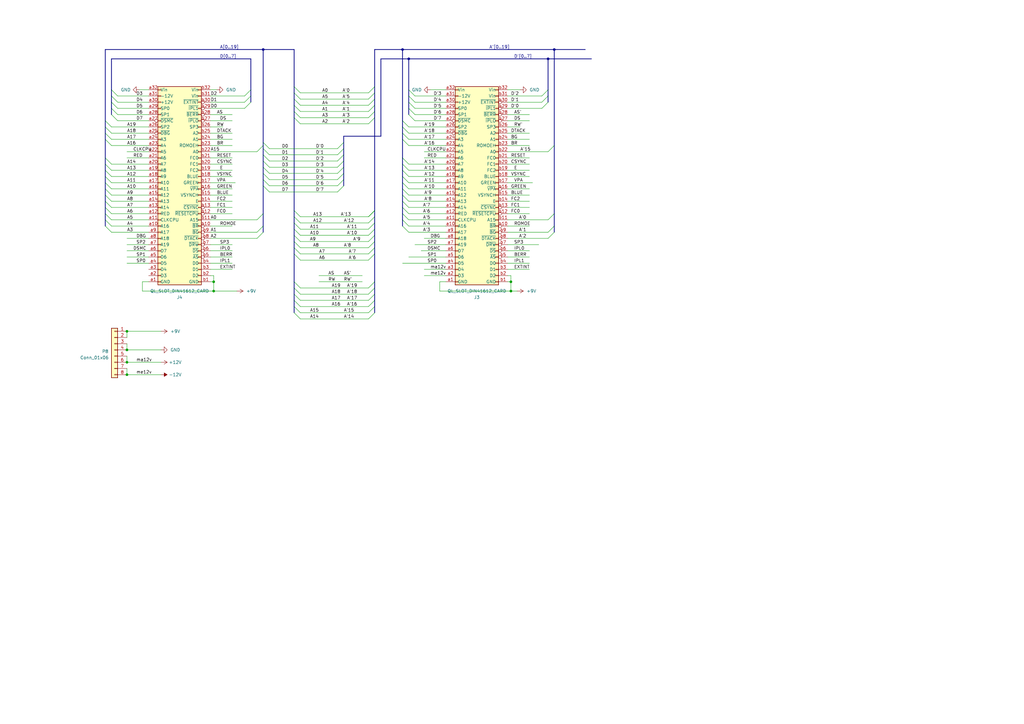
<source format=kicad_sch>
(kicad_sch (version 20230121) (generator eeschema)
  (paper "A3")
  (title_block (title "QPlane Backplane for Sinclair QL") (date "2023-11-05") (rev "0,1") (company "(C) 2023 Alvaro Alea Fdz") (comment 1 "https://ohwr.org/cern_ohl_s_v2.txt") (comment 2 "CERN Open Hardware Licence Version 2 - Strongly Reciprocal") (comment 3 "Under License"))
  (lib_symbols
    (symbol "8bits:QL_SLOT_DIN41612" (pin_names (offset 1.016))
      (property "Reference" "J" (at 1.27 40.64 0))
      (property "Value" "QL_SLOT_DIN41612" (at 1.27 -43.18 0))
      (symbol "QL_SLOT_DIN41612_1_1"
        (rectangle (start -8.89 -40.513) (end -7.62 -40.767) (stroke (width 0.1524)))
        (rectangle (start -8.89 -37.973) (end -7.62 -38.227) (stroke (width 0.1524)))
        (rectangle (start -8.89 -35.433) (end -7.62 -35.687) (stroke (width 0.1524)))
        (rectangle (start -8.89 -32.893) (end -7.62 -33.147) (stroke (width 0.1524)))
        (rectangle (start -8.89 -30.353) (end -7.62 -30.607) (stroke (width 0.1524)))
        (rectangle (start -8.89 -27.813) (end -7.62 -28.067) (stroke (width 0.1524)))
        (rectangle (start -8.89 -25.273) (end -7.62 -25.527) (stroke (width 0.1524)))
        (rectangle (start -8.89 -22.733) (end -7.62 -22.987) (stroke (width 0.1524)))
        (rectangle (start -8.89 -20.193) (end -7.62 -20.447) (stroke (width 0.1524)))
        (rectangle (start -8.89 -17.653) (end -7.62 -17.907) (stroke (width 0.1524)))
        (rectangle (start -8.89 -15.113) (end -7.62 -15.367) (stroke (width 0.1524)))
        (rectangle (start -8.89 -12.573) (end -7.62 -12.827) (stroke (width 0.1524)))
        (rectangle (start -8.89 -10.033) (end -7.62 -10.287) (stroke (width 0.1524)))
        (rectangle (start -8.89 -7.493) (end -7.62 -7.747) (stroke (width 0.1524)))
        (rectangle (start -8.89 -4.953) (end -7.62 -5.207) (stroke (width 0.1524)))
        (rectangle (start -8.89 -2.413) (end -7.62 -2.667) (stroke (width 0.1524)))
        (rectangle (start -8.89 0.127) (end -7.62 -0.127) (stroke (width 0.1524)))
        (rectangle (start -8.89 2.667) (end -7.62 2.413) (stroke (width 0.1524)))
        (rectangle (start -8.89 5.207) (end -7.62 4.953) (stroke (width 0.1524)))
        (rectangle (start -8.89 7.747) (end -7.62 7.493) (stroke (width 0.1524)))
        (rectangle (start -8.89 10.287) (end -7.62 10.033) (stroke (width 0.1524)))
        (rectangle (start -8.89 12.827) (end -7.62 12.573) (stroke (width 0.1524)))
        (rectangle (start -8.89 15.367) (end -7.62 15.113) (stroke (width 0.1524)))
        (rectangle (start -8.89 17.907) (end -7.62 17.653) (stroke (width 0.1524)))
        (rectangle (start -8.89 20.447) (end -7.62 20.193) (stroke (width 0.1524)))
        (rectangle (start -8.89 22.987) (end -7.62 22.733) (stroke (width 0.1524)))
        (rectangle (start -8.89 25.527) (end -7.62 25.273) (stroke (width 0.1524)))
        (rectangle (start -8.89 28.067) (end -7.62 27.813) (stroke (width 0.1524)))
        (rectangle (start -8.89 30.607) (end -7.62 30.353) (stroke (width 0.1524)))
        (rectangle (start -8.89 33.147) (end -7.62 32.893) (stroke (width 0.1524)))
        (rectangle (start -8.89 35.687) (end -7.62 35.433) (stroke (width 0.1524)))
        (rectangle (start -8.89 38.227) (end -7.62 37.973) (stroke (width 0.1524)))
        (rectangle (start -8.89 39.37) (end 8.89 -41.91) (stroke (width 0.254)) (fill (type background)))
        (rectangle (start 8.89 -40.513) (end 7.62 -40.767) (stroke (width 0.1524)))
        (rectangle (start 8.89 -37.973) (end 7.62 -38.227) (stroke (width 0.1524)))
        (rectangle (start 8.89 -35.433) (end 7.62 -35.687) (stroke (width 0.1524)))
        (rectangle (start 8.89 -32.893) (end 7.62 -33.147) (stroke (width 0.1524)))
        (rectangle (start 8.89 -30.353) (end 7.62 -30.607) (stroke (width 0.1524)))
        (rectangle (start 8.89 -27.813) (end 7.62 -28.067) (stroke (width 0.1524)))
        (rectangle (start 8.89 -25.273) (end 7.62 -25.527) (stroke (width 0.1524)))
        (rectangle (start 8.89 -22.733) (end 7.62 -22.987) (stroke (width 0.1524)))
        (rectangle (start 8.89 -20.193) (end 7.62 -20.447) (stroke (width 0.1524)))
        (rectangle (start 8.89 -17.653) (end 7.62 -17.907) (stroke (width 0.1524)))
        (rectangle (start 8.89 -15.113) (end 7.62 -15.367) (stroke (width 0.1524)))
        (rectangle (start 8.89 -12.573) (end 7.62 -12.827) (stroke (width 0.1524)))
        (rectangle (start 8.89 -10.033) (end 7.62 -10.287) (stroke (width 0.1524)))
        (rectangle (start 8.89 -7.493) (end 7.62 -7.747) (stroke (width 0.1524)))
        (rectangle (start 8.89 -4.953) (end 7.62 -5.207) (stroke (width 0.1524)))
        (rectangle (start 8.89 -2.413) (end 7.62 -2.667) (stroke (width 0.1524)))
        (rectangle (start 8.89 0.127) (end 7.62 -0.127) (stroke (width 0.1524)))
        (rectangle (start 8.89 2.667) (end 7.62 2.413) (stroke (width 0.1524)))
        (rectangle (start 8.89 5.207) (end 7.62 4.953) (stroke (width 0.1524)))
        (rectangle (start 8.89 7.747) (end 7.62 7.493) (stroke (width 0.1524)))
        (rectangle (start 8.89 10.287) (end 7.62 10.033) (stroke (width 0.1524)))
        (rectangle (start 8.89 12.827) (end 7.62 12.573) (stroke (width 0.1524)))
        (rectangle (start 8.89 15.367) (end 7.62 15.113) (stroke (width 0.1524)))
        (rectangle (start 8.89 17.907) (end 7.62 17.653) (stroke (width 0.1524)))
        (rectangle (start 8.89 20.447) (end 7.62 20.193) (stroke (width 0.1524)))
        (rectangle (start 8.89 22.987) (end 7.62 22.733) (stroke (width 0.1524)))
        (rectangle (start 8.89 25.527) (end 7.62 25.273) (stroke (width 0.1524)))
        (rectangle (start 8.89 28.067) (end 7.62 27.813) (stroke (width 0.1524)))
        (rectangle (start 8.89 30.607) (end 7.62 30.353) (stroke (width 0.1524)))
        (rectangle (start 8.89 33.147) (end 7.62 32.893) (stroke (width 0.1524)))
        (rectangle (start 8.89 35.687) (end 7.62 35.433) (stroke (width 0.1524)))
        (rectangle (start 8.89 38.227) (end 7.62 37.973) (stroke (width 0.1524)))
        (pin passive line (at -12.7 38.1 0) (length 3.81) (name "GND") (number "a1"))
        (pin passive line (at -12.7 15.24 0) (length 3.81) (name "A16") (number "a10"))
        (pin passive line (at -12.7 12.7 0) (length 3.81) (name "CLKCPU") (number "a11"))
        (pin passive line (at -12.7 10.16 0) (length 3.81) (name "RED") (number "a12"))
        (pin passive line (at -12.7 7.62 0) (length 3.81) (name "A14") (number "a13"))
        (pin passive line (at -12.7 5.08 0) (length 3.81) (name "A13") (number "a14"))
        (pin passive line (at -12.7 2.54 0) (length 3.81) (name "A12") (number "a15"))
        (pin passive line (at -12.7 0 0) (length 3.81) (name "A11") (number "a16"))
        (pin passive line (at -12.7 -2.54 0) (length 3.81) (name "A10") (number "a17"))
        (pin passive line (at -12.7 -5.08 0) (length 3.81) (name "A9") (number "a18"))
        (pin passive line (at -12.7 -7.62 0) (length 3.81) (name "A8") (number "a19"))
        (pin bidirectional line (at -12.7 35.56 0) (length 3.81) (name "D3") (number "a2"))
        (pin passive line (at -12.7 -10.16 0) (length 3.81) (name "A7") (number "a20"))
        (pin passive line (at -12.7 -12.7 0) (length 3.81) (name "A6") (number "a21"))
        (pin passive line (at -12.7 -15.24 0) (length 3.81) (name "A5") (number "a22"))
        (pin passive line (at -12.7 -17.78 0) (length 3.81) (name "A4") (number "a23"))
        (pin passive line (at -12.7 -20.32 0) (length 3.81) (name "A3") (number "a24"))
        (pin passive inverted (at -12.7 -22.86 0) (length 3.81) (name "~{DBG}") (number "a25"))
        (pin passive line (at -12.7 -25.4 0) (length 3.81) (name "SP2") (number "a26"))
        (pin passive inverted (at -12.7 -27.94 0) (length 3.81) (name "~{DSMC}") (number "a27"))
        (pin passive line (at -12.7 -30.48 0) (length 3.81) (name "SP1") (number "a28"))
        (pin passive line (at -12.7 -33.02 0) (length 3.81) (name "SP0") (number "a29"))
        (pin bidirectional line (at -12.7 33.02 0) (length 3.81) (name "D4") (number "a3"))
        (pin passive line (at -12.7 -35.56 0) (length 3.81) (name "+12V") (number "a30"))
        (pin passive line (at -12.7 -38.1 0) (length 3.81) (name "-12V") (number "a31"))
        (pin passive line (at -12.7 -40.64 0) (length 3.81) (name "Vin") (number "a32"))
        (pin bidirectional line (at -12.7 30.48 0) (length 3.81) (name "D5") (number "a4"))
        (pin bidirectional line (at -12.7 27.94 0) (length 3.81) (name "D6") (number "a5"))
        (pin bidirectional line (at -12.7 25.4 0) (length 3.81) (name "D7") (number "a6"))
        (pin passive line (at -12.7 22.86 0) (length 3.81) (name "A19") (number "a7"))
        (pin passive line (at -12.7 20.32 0) (length 3.81) (name "A18") (number "a8"))
        (pin passive line (at -12.7 17.78 0) (length 3.81) (name "A17") (number "a9"))
        (pin passive line (at 12.7 38.1 180) (length 3.81) (name "GND") (number "b1"))
        (pin passive inverted (at 12.7 15.24 180) (length 3.81) (name "~{BR}") (number "b10"))
        (pin passive line (at 12.7 12.7 180) (length 3.81) (name "A15") (number "b11"))
        (pin passive inverted (at 12.7 10.16 180) (length 3.81) (name "~{RESETCPU}") (number "b12"))
        (pin passive inverted (at 12.7 7.62 180) (length 3.81) (name "~{CSYNC}") (number "b13"))
        (pin passive line (at 12.7 5.08 180) (length 3.81) (name "E") (number "b14"))
        (pin passive line (at 12.7 2.54 180) (length 3.81) (name "VSYNCH") (number "b15"))
        (pin passive inverted (at 12.7 0 180) (length 3.81) (name "~{VPA}") (number "b16"))
        (pin passive line (at 12.7 -2.54 180) (length 3.81) (name "GREEN") (number "b17"))
        (pin passive line (at 12.7 -5.08 180) (length 3.81) (name "BLUE") (number "b18"))
        (pin passive line (at 12.7 -7.62 180) (length 3.81) (name "FC2") (number "b19"))
        (pin bidirectional line (at 12.7 35.56 180) (length 3.81) (name "D2") (number "b2"))
        (pin passive line (at 12.7 -10.16 180) (length 3.81) (name "FC1") (number "b20"))
        (pin passive line (at 12.7 -12.7 180) (length 3.81) (name "FC0") (number "b21"))
        (pin passive line (at 12.7 -15.24 180) (length 3.81) (name "A0") (number "b22"))
        (pin passive line (at 12.7 -17.78 180) (length 3.81) (name "ROMOEH") (number "b23"))
        (pin passive line (at 12.7 -20.32 180) (length 3.81) (name "A1") (number "b24"))
        (pin passive line (at 12.7 -22.86 180) (length 3.81) (name "A2") (number "b25"))
        (pin passive line (at 12.7 -25.4 180) (length 3.81) (name "SP3") (number "b26"))
        (pin passive inverted (at 12.7 -27.94 180) (length 3.81) (name "~{IPLO}") (number "b27"))
        (pin passive inverted (at 12.7 -30.48 180) (length 3.81) (name "~{BERR}") (number "b28"))
        (pin passive inverted (at 12.7 -33.02 180) (length 3.81) (name "~{IPL1}") (number "b29"))
        (pin bidirectional line (at 12.7 33.02 180) (length 3.81) (name "D1") (number "b3"))
        (pin passive inverted (at 12.7 -35.56 180) (length 3.81) (name "~{EXTINT}") (number "b30"))
        (pin passive line (at 12.7 -38.1 180) (length 3.81) (name "Vin") (number "b31"))
        (pin passive line (at 12.7 -40.64 180) (length 3.81) (name "Vin") (number "b32"))
        (pin bidirectional line (at 12.7 30.48 180) (length 3.81) (name "D0") (number "b4"))
        (pin passive inverted (at 12.7 27.94 180) (length 3.81) (name "~{AS}") (number "b5"))
        (pin passive inverted (at 12.7 25.4 180) (length 3.81) (name "~{DS}") (number "b6"))
        (pin passive inverted (at 12.7 22.86 180) (length 3.81) (name "~{DRW}") (number "b7"))
        (pin passive inverted (at 12.7 20.32 180) (length 3.81) (name "~{DTACK}") (number "b8"))
        (pin passive inverted (at 12.7 17.78 180) (length 3.81) (name "~{BG}") (number "b9"))
      )
    )
    (symbol "Connector_Generic:Conn_01x08" (pin_names (offset 1.016) hide)
      (property "Reference" "J" (at 0 10.16 0))
      (property "Value" "Conn_01x08" (at 0 -12.7 0))
      (symbol "Conn_01x08_1_1"
        (rectangle (start -1.27 -10.033) (end 0 -10.287) (stroke (width 0.1524)))
        (rectangle (start -1.27 -7.493) (end 0 -7.747) (stroke (width 0.1524)))
        (rectangle (start -1.27 -4.953) (end 0 -5.207) (stroke (width 0.1524)))
        (rectangle (start -1.27 -2.413) (end 0 -2.667) (stroke (width 0.1524)))
        (rectangle (start -1.27 0.127) (end 0 -0.127) (stroke (width 0.1524)))
        (rectangle (start -1.27 2.667) (end 0 2.413) (stroke (width 0.1524)))
        (rectangle (start -1.27 5.207) (end 0 4.953) (stroke (width 0.1524)))
        (rectangle (start -1.27 7.747) (end 0 7.493) (stroke (width 0.1524)))
        (rectangle (start -1.27 8.89) (end 1.27 -11.43) (stroke (width 0.254)) (fill (type background)))
        (pin passive line (at -5.08 7.62 0) (length 3.81) (name "Pin_1") (number "1"))
        (pin passive line (at -5.08 5.08 0) (length 3.81) (name "Pin_2") (number "2"))
        (pin passive line (at -5.08 2.54 0) (length 3.81) (name "Pin_3") (number "3"))
        (pin passive line (at -5.08 0 0) (length 3.81) (name "Pin_4") (number "4"))
        (pin passive line (at -5.08 -2.54 0) (length 3.81) (name "Pin_5") (number "5"))
        (pin passive line (at -5.08 -5.08 0) (length 3.81) (name "Pin_6") (number "6"))
        (pin passive line (at -5.08 -7.62 0) (length 3.81) (name "Pin_7") (number "7"))
        (pin passive line (at -5.08 -10.16 0) (length 3.81) (name "Pin_8") (number "8"))
      )
    )
    (symbol "power:+12V" (power) (pin_names (offset 0))
      (property "Value" "+12V" (at 0 3.556 0))
      (symbol "+12V_0_1"
        (polyline (pts (xy -0.762 1.27) (xy 0 2.54)))
        (polyline (pts (xy 0 0) (xy 0 2.54)))
        (polyline (pts (xy 0 2.54) (xy 0.762 1.27)))
      )
      (symbol "+12V_1_1"
        (pin power_in line (at 0 0 90) (length 0) hide (name "+12V") (number "1"))
      )
    )
    (symbol "power:+9V" (power) (pin_names (offset 0))
      (property "Value" "+9V" (at 0 3.556 0))
      (symbol "+9V_0_1"
        (polyline (pts (xy -0.762 1.27) (xy 0 2.54)))
        (polyline (pts (xy 0 0) (xy 0 2.54)))
        (polyline (pts (xy 0 2.54) (xy 0.762 1.27)))
      )
      (symbol "+9V_1_1"
        (pin power_in line (at 0 0 90) (length 0) hide (name "+9V") (number "1"))
      )
    )
    (symbol "power:-12V" (power) (pin_names (offset 0))
      (property "Value" "-12V" (at 0 3.81 0))
      (symbol "-12V_0_0"
        (pin power_in line (at 0 0 90) (length 0) hide (name "-12V") (number "1"))
      )
      (symbol "-12V_0_1"
        (polyline (pts (xy 0 0) (xy 0 1.27) (xy 0.762 1.27) (xy 0 2.54) (xy -0.762 1.27) (xy 0 1.27)) (fill (type outline)))
      )
    )
    (symbol "power:GND" (power) (pin_names (offset 0))
      (property "Value" "GND" (at 0 -3.81 0))
      (symbol "GND_0_1"
        (polyline (pts (xy 0 0) (xy 0 -1.27) (xy 1.27 -1.27) (xy 0 -2.54) (xy -1.27 -1.27) (xy 0 -1.27)))
      )
      (symbol "GND_1_1"
        (pin power_in line (at 0 0 270) (length 0) hide (name "GND") (number "1"))
      )
    )
  )
  (junction (at 227.33 20.32))
  (junction (at 52.07 135.89))
  (junction (at 107.95 20.32))
  (junction (at 224.79 24.13))
  (junction (at 167.64 24.13))
  (junction (at 209.55 119.38))
  (junction (at 209.55 115.57))
  (junction (at 87.63 119.38))
  (junction (at 52.07 143.51))
  (junction (at 52.07 153.67))
  (junction (at 87.63 115.57))
  (junction (at 165.1 20.32))
  (junction (at 52.07 148.59))
  (bus_entry (at 140.97 60.96) (size -2.54 2.54))
  (bus_entry (at 227.33 95.25) (size -2.54 2.54))
  (bus_entry (at 120.65 118.11) (size 2.54 2.54))
  (bus_entry (at 140.97 63.5) (size -2.54 2.54))
  (bus_entry (at 165.1 80.01) (size 2.54 2.54))
  (bus_entry (at 102.87 41.91) (size -2.54 2.54))
  (bus_entry (at 140.97 58.42) (size -2.54 2.54))
  (bus_entry (at 165.1 74.93) (size 2.54 2.54))
  (bus_entry (at 120.65 123.19) (size 2.54 2.54))
  (bus_entry (at 120.65 96.52) (size 2.54 2.54))
  (bus_entry (at 227.33 92.71) (size -2.54 2.54))
  (bus_entry (at 43.18 69.85) (size 2.54 2.54))
  (bus_entry (at 107.95 59.69) (size -2.54 2.54))
  (bus_entry (at 153.67 96.52) (size -2.54 2.54))
  (bus_entry (at 153.67 125.73) (size -2.54 2.54))
  (bus_entry (at 43.18 57.15) (size 2.54 2.54))
  (bus_entry (at 153.67 91.44) (size -2.54 2.54))
  (bus_entry (at 167.64 41.91) (size 2.54 2.54))
  (bus_entry (at 120.65 43.18) (size 2.54 2.54))
  (bus_entry (at 120.65 40.64) (size 2.54 2.54))
  (bus_entry (at 165.1 90.17) (size 2.54 2.54))
  (bus_entry (at 43.18 67.31) (size 2.54 2.54))
  (bus_entry (at 43.18 77.47) (size 2.54 2.54))
  (bus_entry (at 167.64 44.45) (size 2.54 2.54))
  (bus_entry (at 165.1 87.63) (size 2.54 2.54))
  (bus_entry (at 165.1 92.71) (size 2.54 2.54))
  (bus_entry (at 140.97 66.04) (size -2.54 2.54))
  (bus_entry (at 153.67 123.19) (size -2.54 2.54))
  (bus_entry (at 153.67 86.36) (size -2.54 2.54))
  (bus_entry (at 43.18 85.09) (size 2.54 2.54))
  (bus_entry (at 153.67 118.11) (size -2.54 2.54))
  (bus_entry (at 140.97 73.66) (size -2.54 2.54))
  (bus_entry (at 107.95 60.96) (size 2.54 2.54))
  (bus_entry (at 167.64 39.37) (size 2.54 2.54))
  (bus_entry (at 43.18 54.61) (size 2.54 2.54))
  (bus_entry (at 107.95 92.71) (size -2.54 2.54))
  (bus_entry (at 165.1 67.31) (size 2.54 2.54))
  (bus_entry (at 120.65 38.1) (size 2.54 2.54))
  (bus_entry (at 167.64 46.99) (size 2.54 2.54))
  (bus_entry (at 167.64 36.83) (size 2.54 2.54))
  (bus_entry (at 224.79 36.83) (size -2.54 2.54))
  (bus_entry (at 120.65 101.6) (size 2.54 2.54))
  (bus_entry (at 120.65 91.44) (size 2.54 2.54))
  (bus_entry (at 107.95 73.66) (size 2.54 2.54))
  (bus_entry (at 153.67 104.14) (size -2.54 2.54))
  (bus_entry (at 165.1 49.53) (size 2.54 2.54))
  (bus_entry (at 45.72 44.45) (size 2.54 2.54))
  (bus_entry (at 120.65 99.06) (size 2.54 2.54))
  (bus_entry (at 153.67 120.65) (size -2.54 2.54))
  (bus_entry (at 140.97 76.2) (size -2.54 2.54))
  (bus_entry (at 43.18 64.77) (size 2.54 2.54))
  (bus_entry (at 153.67 35.56) (size -2.54 2.54))
  (bus_entry (at 165.1 85.09) (size 2.54 2.54))
  (bus_entry (at 165.1 64.77) (size 2.54 2.54))
  (bus_entry (at 102.87 39.37) (size -2.54 2.54))
  (bus_entry (at 153.67 115.57) (size -2.54 2.54))
  (bus_entry (at 165.1 77.47) (size 2.54 2.54))
  (bus_entry (at 153.67 86.36) (size -2.54 2.54))
  (bus_entry (at 120.65 48.26) (size 2.54 2.54))
  (bus_entry (at 43.18 49.53) (size 2.54 2.54))
  (bus_entry (at 45.72 41.91) (size 2.54 2.54))
  (bus_entry (at 107.95 58.42) (size 2.54 2.54))
  (bus_entry (at 227.33 87.63) (size -2.54 2.54))
  (bus_entry (at 140.97 68.58) (size -2.54 2.54))
  (bus_entry (at 43.18 82.55) (size 2.54 2.54))
  (bus_entry (at 43.18 80.01) (size 2.54 2.54))
  (bus_entry (at 227.33 59.69) (size -2.54 2.54))
  (bus_entry (at 43.18 52.07) (size 2.54 2.54))
  (bus_entry (at 120.65 86.36) (size 2.54 2.54))
  (bus_entry (at 153.67 101.6) (size -2.54 2.54))
  (bus_entry (at 43.18 72.39) (size 2.54 2.54))
  (bus_entry (at 153.67 99.06) (size -2.54 2.54))
  (bus_entry (at 165.1 72.39) (size 2.54 2.54))
  (bus_entry (at 120.65 120.65) (size 2.54 2.54))
  (bus_entry (at 165.1 69.85) (size 2.54 2.54))
  (bus_entry (at 153.67 93.98) (size -2.54 2.54))
  (bus_entry (at 107.95 87.63) (size -2.54 2.54))
  (bus_entry (at 107.95 76.2) (size 2.54 2.54))
  (bus_entry (at 120.65 115.57) (size 2.54 2.54))
  (bus_entry (at 120.65 125.73) (size 2.54 2.54))
  (bus_entry (at 43.18 92.71) (size 2.54 2.54))
  (bus_entry (at 153.67 128.27) (size -2.54 2.54))
  (bus_entry (at 107.95 66.04) (size 2.54 2.54))
  (bus_entry (at 153.67 48.26) (size -2.54 2.54))
  (bus_entry (at 102.87 36.83) (size -2.54 2.54))
  (bus_entry (at 107.95 68.58) (size 2.54 2.54))
  (bus_entry (at 153.67 40.64) (size -2.54 2.54))
  (bus_entry (at 120.65 45.72) (size 2.54 2.54))
  (bus_entry (at 120.65 88.9) (size 2.54 2.54))
  (bus_entry (at 153.67 38.1) (size -2.54 2.54))
  (bus_entry (at 165.1 54.61) (size 2.54 2.54))
  (bus_entry (at 153.67 88.9) (size -2.54 2.54))
  (bus_entry (at 45.72 46.99) (size 2.54 2.54))
  (bus_entry (at 224.79 41.91) (size -2.54 2.54))
  (bus_entry (at 165.1 82.55) (size 2.54 2.54))
  (bus_entry (at 43.18 90.17) (size 2.54 2.54))
  (bus_entry (at 43.18 87.63) (size 2.54 2.54))
  (bus_entry (at 45.72 39.37) (size 2.54 2.54))
  (bus_entry (at 165.1 57.15) (size 2.54 2.54))
  (bus_entry (at 107.95 63.5) (size 2.54 2.54))
  (bus_entry (at 153.67 43.18) (size -2.54 2.54))
  (bus_entry (at 120.65 93.98) (size 2.54 2.54))
  (bus_entry (at 224.79 39.37) (size -2.54 2.54))
  (bus_entry (at 165.1 52.07) (size 2.54 2.54))
  (bus_entry (at 153.67 45.72) (size -2.54 2.54))
  (bus_entry (at 120.65 128.27) (size 2.54 2.54))
  (bus_entry (at 107.95 71.12) (size 2.54 2.54))
  (bus_entry (at 43.18 74.93) (size 2.54 2.54))
  (bus_entry (at 107.95 95.25) (size -2.54 2.54))
  (bus_entry (at 45.72 36.83) (size 2.54 2.54))
  (bus_entry (at 120.65 35.56) (size 2.54 2.54))
  (bus_entry (at 120.65 104.14) (size 2.54 2.54))
  (bus_entry (at 140.97 71.12) (size -2.54 2.54))
  (bus (pts (xy 43.18 90.17) (xy 43.18 92.71)))
  (wire (pts (xy 52.07 107.95) (xy 60.96 107.95)))
  (bus (pts (xy 153.67 38.1) (xy 153.67 40.64)))
  (wire (pts (xy 123.19 125.73) (xy 151.13 125.73)))
  (bus (pts (xy 165.1 80.01) (xy 165.1 82.55)))
  (bus (pts (xy 107.95 60.96) (xy 107.95 63.5)))
  (wire (pts (xy 123.19 130.81) (xy 151.13 130.81)))
  (wire (pts (xy 208.28 97.79) (xy 224.79 97.79)))
  (wire (pts (xy 52.07 143.51) (xy 66.04 143.51)))
  (wire (pts (xy 167.64 82.55) (xy 182.88 82.55)))
  (bus (pts (xy 165.1 54.61) (xy 165.1 57.15)))
  (wire (pts (xy 123.19 118.11) (xy 151.13 118.11)))
  (bus (pts (xy 167.64 41.91) (xy 167.64 44.45)))
  (wire (pts (xy 208.28 41.91) (xy 222.25 41.91)))
  (bus (pts (xy 153.67 93.98) (xy 153.67 96.52)))
  (wire (pts (xy 86.36 49.53) (xy 95.25 49.53)))
  (bus (pts (xy 120.65 99.06) (xy 120.65 101.6)))
  (wire (pts (xy 123.19 91.44) (xy 151.13 91.44)))
  (bus (pts (xy 153.67 123.19) (xy 153.67 125.73)))
  (bus (pts (xy 140.97 71.12) (xy 140.97 73.66)))
  (wire (pts (xy 45.72 54.61) (xy 60.96 54.61)))
  (bus (pts (xy 165.1 74.93) (xy 165.1 77.47)))
  (bus (pts (xy 227.33 59.69) (xy 227.33 87.63)))
  (wire (pts (xy 58.42 115.57) (xy 58.42 119.38)))
  (bus (pts (xy 165.1 87.63) (xy 165.1 90.17)))
  (bus (pts (xy 227.33 92.71) (xy 227.33 95.25)))
  (wire (pts (xy 86.36 87.63) (xy 95.25 87.63)))
  (wire (pts (xy 87.63 115.57) (xy 87.63 113.03)))
  (wire (pts (xy 86.36 69.85) (xy 95.25 69.85)))
  (bus (pts (xy 120.65 91.44) (xy 120.65 93.98)))
  (wire (pts (xy 52.07 135.89) (xy 66.04 135.89)))
  (wire (pts (xy 167.64 80.01) (xy 182.88 80.01)))
  (bus (pts (xy 227.33 20.32) (xy 240.03 20.32)))
  (wire (pts (xy 45.72 87.63) (xy 60.96 87.63)))
  (wire (pts (xy 86.36 57.15) (xy 95.25 57.15)))
  (bus (pts (xy 165.1 67.31) (xy 165.1 69.85)))
  (wire (pts (xy 86.36 100.33) (xy 95.25 100.33)))
  (bus (pts (xy 120.65 96.52) (xy 120.65 99.06)))
  (wire (pts (xy 123.19 120.65) (xy 151.13 120.65)))
  (wire (pts (xy 170.18 49.53) (xy 182.88 49.53)))
  (bus (pts (xy 120.65 35.56) (xy 120.65 38.1)))
  (bus (pts (xy 153.67 43.18) (xy 153.67 45.72)))
  (wire (pts (xy 123.19 96.52) (xy 151.13 96.52)))
  (wire (pts (xy 208.28 95.25) (xy 224.79 95.25)))
  (wire (pts (xy 208.28 49.53) (xy 217.17 49.53)))
  (bus (pts (xy 43.18 20.32) (xy 107.95 20.32)))
  (bus (pts (xy 153.67 96.52) (xy 153.67 99.06)))
  (bus (pts (xy 107.95 92.71) (xy 107.95 95.25)))
  (wire (pts (xy 86.36 39.37) (xy 100.33 39.37)))
  (wire (pts (xy 45.72 72.39) (xy 60.96 72.39)))
  (bus (pts (xy 43.18 49.53) (xy 43.18 52.07)))
  (wire (pts (xy 208.28 72.39) (xy 217.17 72.39)))
  (wire (pts (xy 52.07 64.77) (xy 60.96 64.77)))
  (wire (pts (xy 86.36 110.49) (xy 95.25 110.49)))
  (wire (pts (xy 208.28 44.45) (xy 222.25 44.45)))
  (wire (pts (xy 170.18 39.37) (xy 182.88 39.37)))
  (wire (pts (xy 208.28 90.17) (xy 224.79 90.17)))
  (wire (pts (xy 208.28 57.15) (xy 217.17 57.15)))
  (bus (pts (xy 140.97 66.04) (xy 140.97 63.5)))
  (bus (pts (xy 120.65 86.36) (xy 120.65 88.9)))
  (wire (pts (xy 123.19 40.64) (xy 151.13 40.64)))
  (bus (pts (xy 167.64 39.37) (xy 167.64 41.91)))
  (wire (pts (xy 167.64 105.41) (xy 182.88 105.41)))
  (wire (pts (xy 167.64 52.07) (xy 182.88 52.07)))
  (wire (pts (xy 208.28 100.33) (xy 220.98 100.33)))
  (wire (pts (xy 123.19 43.18) (xy 151.13 43.18)))
  (bus (pts (xy 43.18 80.01) (xy 43.18 82.55)))
  (wire (pts (xy 208.28 107.95) (xy 217.17 107.95)))
  (wire (pts (xy 167.64 90.17) (xy 182.88 90.17)))
  (wire (pts (xy 110.49 73.66) (xy 138.43 73.66)))
  (bus (pts (xy 120.65 40.64) (xy 120.65 43.18)))
  (wire (pts (xy 86.36 72.39) (xy 95.25 72.39)))
  (wire (pts (xy 48.26 44.45) (xy 60.96 44.45)))
  (wire (pts (xy 208.28 36.83) (xy 213.36 36.83)))
  (bus (pts (xy 224.79 39.37) (xy 224.79 41.91)))
  (wire (pts (xy 52.07 140.97) (xy 52.07 143.51)))
  (wire (pts (xy 173.99 110.49) (xy 182.88 110.49)))
  (wire (pts (xy 45.72 92.71) (xy 60.96 92.71)))
  (bus (pts (xy 43.18 87.63) (xy 43.18 90.17)))
  (bus (pts (xy 107.95 73.66) (xy 107.95 76.2)))
  (wire (pts (xy 86.36 64.77) (xy 95.25 64.77)))
  (bus (pts (xy 45.72 41.91) (xy 45.72 44.45)))
  (bus (pts (xy 120.65 123.19) (xy 120.65 125.73)))
  (wire (pts (xy 110.49 78.74) (xy 138.43 78.74)))
  (wire (pts (xy 209.55 119.38) (xy 212.09 119.38)))
  (wire (pts (xy 87.63 119.38) (xy 97.155 119.38)))
  (wire (pts (xy 45.72 90.17) (xy 60.96 90.17)))
  (wire (pts (xy 167.64 67.31) (xy 182.88 67.31)))
  (wire (pts (xy 208.28 69.85) (xy 217.17 69.85)))
  (wire (pts (xy 45.72 82.55) (xy 60.96 82.55)))
  (bus (pts (xy 43.18 67.31) (xy 43.18 69.85)))
  (wire (pts (xy 123.19 104.14) (xy 151.13 104.14)))
  (wire (pts (xy 208.28 115.57) (xy 209.55 115.57)))
  (wire (pts (xy 86.36 77.47) (xy 95.25 77.47)))
  (wire (pts (xy 123.19 48.26) (xy 151.13 48.26)))
  (bus (pts (xy 153.67 118.11) (xy 153.67 120.65)))
  (wire (pts (xy 86.36 102.87) (xy 95.25 102.87)))
  (bus (pts (xy 153.67 125.73) (xy 153.67 128.27)))
  (bus (pts (xy 153.67 48.26) (xy 153.67 86.36)))
  (wire (pts (xy 123.19 128.27) (xy 151.13 128.27)))
  (wire (pts (xy 45.72 57.15) (xy 60.96 57.15)))
  (bus (pts (xy 165.1 85.09) (xy 165.1 87.63)))
  (wire (pts (xy 170.18 44.45) (xy 182.88 44.45)))
  (wire (pts (xy 48.26 49.53) (xy 60.96 49.53)))
  (wire (pts (xy 208.28 64.77) (xy 217.17 64.77)))
  (wire (pts (xy 208.28 82.55) (xy 217.17 82.55)))
  (bus (pts (xy 45.72 44.45) (xy 45.72 46.99)))
  (bus (pts (xy 120.65 45.72) (xy 120.65 48.26)))
  (bus (pts (xy 120.65 43.18) (xy 120.65 45.72)))
  (wire (pts (xy 208.28 105.41) (xy 217.17 105.41)))
  (wire (pts (xy 86.36 36.83) (xy 88.9 36.83)))
  (wire (pts (xy 52.07 146.05) (xy 52.07 148.59)))
  (wire (pts (xy 167.64 74.93) (xy 182.88 74.93)))
  (bus (pts (xy 165.1 52.07) (xy 165.1 54.61)))
  (wire (pts (xy 167.64 95.25) (xy 182.88 95.25)))
  (wire (pts (xy 86.36 85.09) (xy 95.25 85.09)))
  (wire (pts (xy 123.19 99.06) (xy 151.13 99.06)))
  (wire (pts (xy 45.72 80.01) (xy 60.96 80.01)))
  (wire (pts (xy 52.07 102.87) (xy 60.96 102.87)))
  (bus (pts (xy 107.95 68.58) (xy 107.95 71.12)))
  (bus (pts (xy 165.1 20.32) (xy 153.67 20.32)))
  (wire (pts (xy 208.28 102.87) (xy 217.17 102.87)))
  (wire (pts (xy 52.07 100.33) (xy 60.96 100.33)))
  (wire (pts (xy 86.36 52.07) (xy 91.44 52.07)))
  (wire (pts (xy 58.42 119.38) (xy 87.63 119.38)))
  (wire (pts (xy 173.99 113.03) (xy 182.88 113.03)))
  (bus (pts (xy 140.97 60.96) (xy 140.97 58.42)))
  (wire (pts (xy 87.63 113.03) (xy 86.36 113.03)))
  (wire (pts (xy 208.28 87.63) (xy 217.17 87.63)))
  (bus (pts (xy 107.95 58.42) (xy 107.95 59.69)))
  (bus (pts (xy 224.79 36.83) (xy 224.79 39.37)))
  (wire (pts (xy 45.72 74.93) (xy 60.96 74.93)))
  (wire (pts (xy 87.63 119.38) (xy 87.63 115.57)))
  (wire (pts (xy 110.49 63.5) (xy 138.43 63.5)))
  (bus (pts (xy 107.95 71.12) (xy 107.95 73.66)))
  (bus (pts (xy 140.97 58.42) (xy 140.97 55.88)))
  (wire (pts (xy 110.49 68.58) (xy 138.43 68.58)))
  (wire (pts (xy 167.64 72.39) (xy 182.88 72.39)))
  (wire (pts (xy 208.28 62.23) (xy 224.79 62.23)))
  (wire (pts (xy 110.49 60.96) (xy 138.43 60.96)))
  (wire (pts (xy 167.64 57.15) (xy 182.88 57.15)))
  (bus (pts (xy 120.65 125.73) (xy 120.65 128.27)))
  (bus (pts (xy 45.72 39.37) (xy 45.72 41.91)))
  (wire (pts (xy 180.34 115.57) (xy 180.34 119.38)))
  (wire (pts (xy 180.34 119.38) (xy 209.55 119.38)))
  (wire (pts (xy 182.88 115.57) (xy 180.34 115.57)))
  (wire (pts (xy 209.55 113.03) (xy 208.28 113.03)))
  (wire (pts (xy 209.55 115.57) (xy 209.55 113.03)))
  (wire (pts (xy 209.55 119.38) (xy 209.55 115.57)))
  (bus (pts (xy 43.18 72.39) (xy 43.18 74.93)))
  (wire (pts (xy 45.72 69.85) (xy 60.96 69.85)))
  (bus (pts (xy 102.87 39.37) (xy 102.87 41.91)))
  (bus (pts (xy 43.18 64.77) (xy 43.18 67.31)))
  (bus (pts (xy 107.95 66.04) (xy 107.95 68.58)))
  (bus (pts (xy 43.18 85.09) (xy 43.18 87.63)))
  (wire (pts (xy 167.64 69.85) (xy 182.88 69.85)))
  (bus (pts (xy 107.95 87.63) (xy 107.95 92.71)))
  (wire (pts (xy 52.07 97.79) (xy 60.96 97.79)))
  (wire (pts (xy 86.36 95.25) (xy 105.41 95.25)))
  (wire (pts (xy 208.28 54.61) (xy 217.17 54.61)))
  (wire (pts (xy 86.36 80.01) (xy 95.25 80.01)))
  (bus (pts (xy 120.65 120.65) (xy 120.65 123.19)))
  (wire (pts (xy 123.19 50.8) (xy 151.13 50.8)))
  (bus (pts (xy 120.65 93.98) (xy 120.65 96.52)))
  (bus (pts (xy 156.21 24.13) (xy 156.21 55.88)))
  (bus (pts (xy 43.18 57.15) (xy 43.18 64.77)))
  (wire (pts (xy 86.36 62.23) (xy 105.41 62.23)))
  (bus (pts (xy 120.65 118.11) (xy 120.65 120.65)))
  (bus (pts (xy 120.65 101.6) (xy 120.65 104.14)))
  (bus (pts (xy 43.18 54.61) (xy 43.18 57.15)))
  (wire (pts (xy 123.19 106.68) (xy 151.13 106.68)))
  (bus (pts (xy 107.95 63.5) (xy 107.95 66.04)))
  (bus (pts (xy 140.97 68.58) (xy 140.97 66.04)))
  (wire (pts (xy 173.99 97.79) (xy 182.88 97.79)))
  (wire (pts (xy 123.19 123.19) (xy 151.13 123.19)))
  (wire (pts (xy 165.1 107.95) (xy 182.88 107.95)))
  (bus (pts (xy 165.1 69.85) (xy 165.1 72.39)))
  (wire (pts (xy 173.99 64.77) (xy 182.88 64.77)))
  (wire (pts (xy 208.28 80.01) (xy 217.17 80.01)))
  (wire (pts (xy 208.28 52.07) (xy 213.36 52.07)))
  (bus (pts (xy 43.18 52.07) (xy 43.18 54.61)))
  (wire (pts (xy 86.36 90.17) (xy 105.41 90.17)))
  (wire (pts (xy 123.19 88.9) (xy 151.13 88.9)))
  (wire (pts (xy 86.36 41.91) (xy 100.33 41.91)))
  (bus (pts (xy 165.1 64.77) (xy 165.1 67.31)))
  (wire (pts (xy 110.49 76.2) (xy 138.43 76.2)))
  (wire (pts (xy 45.72 85.09) (xy 60.96 85.09)))
  (bus (pts (xy 102.87 36.83) (xy 102.87 39.37)))
  (wire (pts (xy 167.64 85.09) (xy 182.88 85.09)))
  (wire (pts (xy 52.07 153.67) (xy 66.04 153.67)))
  (wire (pts (xy 172.72 102.87) (xy 182.88 102.87)))
  (wire (pts (xy 123.19 101.6) (xy 151.13 101.6)))
  (wire (pts (xy 208.28 46.99) (xy 217.17 46.99)))
  (wire (pts (xy 170.18 100.33) (xy 182.88 100.33)))
  (wire (pts (xy 123.19 93.98) (xy 151.13 93.98)))
  (bus (pts (xy 165.1 82.55) (xy 165.1 85.09)))
  (bus (pts (xy 45.72 36.83) (xy 45.72 39.37)))
  (wire (pts (xy 52.07 151.13) (xy 52.07 153.67)))
  (wire (pts (xy 86.36 97.79) (xy 105.41 97.79)))
  (wire (pts (xy 167.64 87.63) (xy 182.88 87.63)))
  (bus (pts (xy 153.67 86.36) (xy 153.67 88.9)))
  (bus (pts (xy 43.18 20.32) (xy 43.18 49.53)))
  (wire (pts (xy 86.36 107.95) (xy 95.25 107.95)))
  (bus (pts (xy 107.95 20.32) (xy 120.65 20.32)))
  (bus (pts (xy 43.18 74.93) (xy 43.18 77.47)))
  (bus (pts (xy 120.65 115.57) (xy 120.65 118.11)))
  (bus (pts (xy 165.1 49.53) (xy 165.1 52.07)))
  (wire (pts (xy 86.36 46.99) (xy 95.25 46.99)))
  (wire (pts (xy 110.49 66.04) (xy 138.43 66.04)))
  (bus (pts (xy 107.95 76.2) (xy 107.95 87.63)))
  (bus (pts (xy 120.65 104.14) (xy 120.65 115.57)))
  (bus (pts (xy 153.67 104.14) (xy 153.67 115.57)))
  (wire (pts (xy 208.28 67.31) (xy 217.17 67.31)))
  (wire (pts (xy 52.07 135.89) (xy 52.07 138.43)))
  (wire (pts (xy 176.53 36.83) (xy 182.88 36.83)))
  (bus (pts (xy 153.67 20.32) (xy 153.67 35.56)))
  (wire (pts (xy 167.64 77.47) (xy 182.88 77.47)))
  (wire (pts (xy 86.36 44.45) (xy 100.33 44.45)))
  (wire (pts (xy 86.36 74.93) (xy 96.52 74.93)))
  (bus (pts (xy 120.65 20.32) (xy 120.65 35.56)))
  (wire (pts (xy 170.18 41.91) (xy 182.88 41.91)))
  (wire (pts (xy 52.07 105.41) (xy 60.96 105.41)))
  (bus (pts (xy 107.95 20.32) (xy 107.95 58.42)))
  (bus (pts (xy 167.64 24.13) (xy 224.79 24.13)))
  (bus (pts (xy 153.67 115.57) (xy 153.67 118.11)))
  (bus (pts (xy 156.21 24.13) (xy 167.64 24.13)))
  (bus (pts (xy 43.18 82.55) (xy 43.18 85.09)))
  (bus (pts (xy 43.18 69.85) (xy 43.18 72.39)))
  (wire (pts (xy 45.72 52.07) (xy 60.96 52.07)))
  (bus (pts (xy 153.67 88.9) (xy 153.67 91.44)))
  (wire (pts (xy 45.72 59.69) (xy 60.96 59.69)))
  (wire (pts (xy 45.72 77.47) (xy 60.96 77.47)))
  (bus (pts (xy 167.64 24.13) (xy 167.64 36.83)))
  (bus (pts (xy 224.79 24.13) (xy 224.79 36.83)))
  (bus (pts (xy 153.67 35.56) (xy 153.67 38.1)))
  (bus (pts (xy 153.67 45.72) (xy 153.67 48.26)))
  (wire (pts (xy 52.07 148.59) (xy 66.04 148.59)))
  (bus (pts (xy 43.18 77.47) (xy 43.18 80.01)))
  (bus (pts (xy 165.1 72.39) (xy 165.1 74.93)))
  (wire (pts (xy 123.19 45.72) (xy 151.13 45.72)))
  (wire (pts (xy 86.36 67.31) (xy 95.25 67.31)))
  (bus (pts (xy 140.97 55.88) (xy 156.21 55.88)))
  (bus (pts (xy 102.87 24.13) (xy 102.87 36.83)))
  (wire (pts (xy 167.64 54.61) (xy 182.88 54.61)))
  (bus (pts (xy 165.1 20.32) (xy 165.1 49.53)))
  (bus (pts (xy 165.1 20.32) (xy 227.33 20.32)))
  (bus (pts (xy 227.33 20.32) (xy 227.33 59.69)))
  (wire (pts (xy 86.36 105.41) (xy 95.25 105.41)))
  (wire (pts (xy 48.26 41.91) (xy 60.96 41.91)))
  (bus (pts (xy 140.97 76.2) (xy 140.97 73.66)))
  (bus (pts (xy 227.33 87.63) (xy 227.33 92.71)))
  (wire (pts (xy 48.26 46.99) (xy 60.96 46.99)))
  (wire (pts (xy 86.36 115.57) (xy 87.63 115.57)))
  (bus (pts (xy 45.72 24.13) (xy 45.72 36.83)))
  (wire (pts (xy 57.15 36.83) (xy 60.96 36.83)))
  (bus (pts (xy 153.67 101.6) (xy 153.67 104.14)))
  (wire (pts (xy 86.36 92.71) (xy 95.25 92.71)))
  (wire (pts (xy 86.36 54.61) (xy 95.25 54.61)))
  (bus (pts (xy 120.65 48.26) (xy 120.65 86.36)))
  (wire (pts (xy 45.72 95.25) (xy 60.96 95.25)))
  (bus (pts (xy 165.1 90.17) (xy 165.1 92.71)))
  (bus (pts (xy 167.64 36.83) (xy 167.64 39.37)))
  (bus (pts (xy 120.65 88.9) (xy 120.65 91.44)))
  (bus (pts (xy 153.67 99.06) (xy 153.67 101.6)))
  (wire (pts (xy 60.96 115.57) (xy 58.42 115.57)))
  (wire (pts (xy 208.28 59.69) (xy 217.17 59.69)))
  (bus (pts (xy 165.1 77.47) (xy 165.1 80.01)))
  (wire (pts (xy 208.28 110.49) (xy 217.17 110.49)))
  (wire (pts (xy 123.19 38.1) (xy 151.13 38.1)))
  (wire (pts (xy 52.07 62.23) (xy 60.96 62.23)))
  (wire (pts (xy 45.72 67.31) (xy 60.96 67.31)))
  (wire (pts (xy 48.26 39.37) (xy 60.96 39.37)))
  (wire (pts (xy 130.81 113.03) (xy 148.59 113.03)))
  (wire (pts (xy 167.64 92.71) (xy 182.88 92.71)))
  (wire (pts (xy 208.28 74.93) (xy 218.44 74.93)))
  (wire (pts (xy 110.49 71.12) (xy 138.43 71.12)))
  (wire (pts (xy 130.81 115.57) (xy 148.59 115.57)))
  (bus (pts (xy 153.67 91.44) (xy 153.67 93.98)))
  (bus (pts (xy 153.67 40.64) (xy 153.67 43.18)))
  (wire (pts (xy 167.64 59.69) (xy 182.88 59.69)))
  (wire (pts (xy 208.28 39.37) (xy 222.25 39.37)))
  (bus (pts (xy 153.67 120.65) (xy 153.67 123.19)))
  (wire (pts (xy 86.36 59.69) (xy 95.25 59.69)))
  (wire (pts (xy 208.28 77.47) (xy 217.17 77.47)))
  (bus (pts (xy 140.97 63.5) (xy 140.97 60.96)))
  (bus (pts (xy 120.65 38.1) (xy 120.65 40.64)))
  (bus (pts (xy 107.95 59.69) (xy 107.95 60.96)))
  (bus (pts (xy 167.64 44.45) (xy 167.64 46.99)))
  (wire (pts (xy 86.36 82.55) (xy 95.25 82.55)))
  (wire (pts (xy 173.99 62.23) (xy 182.88 62.23)))
  (bus (pts (xy 165.1 57.15) (xy 165.1 64.77)))
  (wire (pts (xy 170.18 46.99) (xy 182.88 46.99)))
  (bus (pts (xy 224.79 24.13) (xy 242.57 24.13)))
  (bus (pts (xy 45.72 24.13) (xy 102.87 24.13)))
  (wire (pts (xy 208.28 92.71) (xy 217.17 92.71)))
  (bus (pts (xy 140.97 71.12) (xy 140.97 68.58)))
  (wire (pts (xy 208.28 85.09) (xy 217.17 85.09)))
  (label "A0" (at 86.36 90.17 0))
  (label "A'10" (at 142.24 96.52 0))
  (label "RW'" (at 140.97 115.57 0))
  (label "IPL1" (at 210.82 107.95 0))
  (label "me12v" (at 176.53 113.03 0))
  (label "A6" (at 130.81 106.68 0))
  (label "A'4" (at 176.53 92.71 180))
  (label "D[0..7]" (at 90.17 24.13 0))
  (label "DBG" (at 55.88 97.79 0))
  (label "A'18" (at 142.24 120.65 0))
  (label "SP1" (at 55.88 105.41 0))
  (label "AS'" (at 140.97 113.03 0))
  (label "VSYNC" (at 88.9 72.39 0))
  (label "A9" (at 129.54 99.06 180))
  (label "D7" (at 55.88 49.53 0))
  (label "VPA" (at 88.9 74.93 0))
  (label "A'5" (at 176.53 90.17 180))
  (label "D'6" (at 129.54 76.2 0))
  (label "A14" (at 52.07 67.31 0))
  (label "DSMC" (at 175.26 102.87 0))
  (label "AS'" (at 210.82 46.99 0))
  (label "A'12" (at 140.97 91.44 0))
  (label "D'7" (at 129.54 78.74 0))
  (label "BG" (at 88.9 57.15 0))
  (label "FC2" (at 88.9 82.55 0))
  (label "A'7" (at 176.53 85.09 180))
  (label "A'14" (at 140.97 130.81 0))
  (label "D'4" (at 129.54 71.12 0))
  (label "BR" (at 209.55 59.69 0))
  (label "D'5" (at 129.54 73.66 0))
  (label "D0" (at 115.57 60.96 0))
  (label "BERR" (at 210.82 105.41 0))
  (label "GREEN" (at 88.9 77.47 0))
  (label "A'15" (at 213.36 62.23 0))
  (label "A6" (at 52.07 87.63 0))
  (label "D3" (at 115.57 68.58 0))
  (label "A15" (at 130.81 128.27 180))
  (label "A'14" (at 173.99 67.31 0))
  (label "D'2" (at 209.55 39.37 0))
  (label "A19" (at 52.07 52.07 0))
  (label "A'4" (at 143.51 43.18 180))
  (label "BG" (at 209.55 57.15 0))
  (label "A'16" (at 173.99 59.69 0))
  (label "A15" (at 86.36 62.23 0))
  (label "A'1" (at 143.51 45.72 180))
  (label "E" (at 210.82 69.85 0))
  (label "D3" (at 55.88 39.37 0))
  (label "RW" (at 134.62 115.57 0))
  (label "D'[0..7]" (at 210.82 24.13 0))
  (label "ma12v" (at 55.88 148.59 0))
  (label "A10" (at 52.07 77.47 0))
  (label "A8" (at 52.07 82.55 0))
  (label "FC2" (at 209.55 82.55 0))
  (label "A'17" (at 142.24 123.19 0))
  (label "IPL1" (at 90.17 107.95 0))
  (label "DTACK" (at 209.55 54.61 0))
  (label "DTACK" (at 88.9 54.61 0))
  (label "D'6" (at 177.8 46.99 0))
  (label "A'6" (at 176.53 87.63 180))
  (label "A9" (at 52.07 80.01 0))
  (label "D4" (at 55.88 41.91 0))
  (label "A'0" (at 143.51 38.1 180))
  (label "D7" (at 115.57 78.74 0))
  (label "SP2" (at 175.26 100.33 0))
  (label "D4" (at 115.57 71.12 0))
  (label "SP0" (at 55.88 107.95 0))
  (label "A'11" (at 142.24 93.98 0))
  (label "A'18" (at 173.99 54.61 0))
  (label "A8" (at 130.81 101.6 180))
  (label "A5" (at 52.07 90.17 0))
  (label "A3" (at 132.08 48.26 0))
  (label "A19" (at 139.7 118.11 180))
  (label "CLKCPU" (at 54.61 62.23 0))
  (label "DSMC" (at 54.61 102.87 0))
  (label "DS" (at 90.17 49.53 0))
  (label "IPL0" (at 210.82 102.87 0))
  (label "A'3" (at 143.51 48.26 180))
  (label "A'16" (at 142.24 125.73 0))
  (label "VPA" (at 210.82 74.93 0))
  (label "A16" (at 52.07 59.69 0))
  (label "D'7" (at 177.8 49.53 0))
  (label "A'9" (at 173.99 80.01 0))
  (label "A1" (at 132.08 45.72 0))
  (label "AS" (at 134.62 113.03 0))
  (label "A2" (at 132.08 50.8 0))
  (label "D0" (at 86.36 44.45 0))
  (label "A18" (at 139.7 120.65 180))
  (label "A'8" (at 173.99 82.55 0))
  (label "EXTINT" (at 210.82 110.49 0))
  (label "EXTINT" (at 90.17 110.49 0))
  (label "FC0" (at 209.55 87.63 0))
  (label "A'17" (at 173.99 57.15 0))
  (label "A0" (at 132.08 38.1 0))
  (label "A2" (at 86.36 97.79 0))
  (label "VSYNC" (at 209.55 72.39 0))
  (label "A'10" (at 173.99 77.47 0))
  (label "CSYNC" (at 88.9 67.31 0))
  (label "BLUE" (at 88.9 80.01 0))
  (label "RESET" (at 88.9 64.77 0))
  (label "D5" (at 55.88 44.45 0))
  (label "ROMOE" (at 210.82 92.71 0))
  (label "A'13" (at 139.7 88.9 0))
  (label "D1" (at 86.36 41.91 0))
  (label "A1" (at 86.36 95.25 0))
  (label "A'11" (at 173.99 74.93 0))
  (label "SP2" (at 55.88 100.33 0))
  (label "A'2" (at 215.9 97.79 180))
  (label "A'3" (at 176.53 95.25 180))
  (label "A11" (at 130.81 93.98 180))
  (label "A10" (at 130.81 96.52 180))
  (label "D'2" (at 129.54 66.04 0))
  (label "FC1" (at 209.55 85.09 0))
  (label "D'5" (at 177.8 44.45 0))
  (label "D'0" (at 209.55 44.45 0))
  (label "D'3" (at 177.8 39.37 0))
  (label "A'0" (at 215.9 90.17 180))
  (label "BLUE" (at 209.55 80.01 0))
  (label "SP3" (at 210.82 100.33 0))
  (label "D'4" (at 177.8 41.91 0))
  (label "D'1" (at 129.54 63.5 0))
  (label "RED" (at 175.26 64.77 0))
  (label "A4" (at 132.08 43.18 0))
  (label "GREEN" (at 209.55 77.47 0))
  (label "A'13" (at 173.99 69.85 0))
  (label "A'2" (at 143.51 50.8 180))
  (label "A16" (at 139.7 125.73 180))
  (label "CSYNC" (at 209.55 67.31 0))
  (label "ROMOE" (at 90.17 92.71 0))
  (label "IPL0" (at 90.17 102.87 0))
  (label "A7" (at 52.07 85.09 0))
  (label "A'19" (at 173.99 52.07 0))
  (label "BR" (at 88.9 59.69 0))
  (label "A'5" (at 143.51 40.64 180))
  (label "E" (at 90.17 69.85 0))
  (label "A4" (at 52.07 92.71 0))
  (label "A3" (at 52.07 95.25 0))
  (label "FC0" (at 88.9 87.63 0))
  (label "A12" (at 132.08 91.44 180))
  (label "A13" (at 52.07 69.85 0))
  (label "A'12" (at 173.99 72.39 0))
  (label "A5" (at 132.08 40.64 0))
  (label "A17" (at 52.07 57.15 0))
  (label "SP0" (at 175.26 107.95 0))
  (label "RW" (at 88.9 52.07 0))
  (label "A'6" (at 146.05 106.68 180))
  (label "DS" (at 210.82 49.53 0))
  (label "A[0..19]" (at 90.17 20.32 0))
  (label "D2" (at 86.36 39.37 0))
  (label "A14" (at 130.81 130.81 180))
  (label "FC1" (at 88.9 85.09 0))
  (label "A'7" (at 146.05 104.14 180))
  (label "A18" (at 52.07 54.61 0))
  (label "RW'" (at 210.82 52.07 0))
  (label "SP1" (at 175.26 105.41 0))
  (label "RED" (at 54.61 64.77 0))
  (label "D'1" (at 209.55 41.91 0))
  (label "A'1" (at 215.9 95.25 180))
  (label "SP3" (at 90.17 100.33 0))
  (label "A13" (at 132.08 88.9 180))
  (label "DBG" (at 176.53 97.79 0))
  (label "AS" (at 88.9 46.99 0))
  (label "D6" (at 55.88 46.99 0))
  (label "A'15" (at 140.97 128.27 0))
  (label "A17" (at 139.7 123.19 180))
  (label "ma12v" (at 176.53 110.49 0))
  (label "A7" (at 130.81 104.14 0))
  (label "D'3" (at 129.54 68.58 0))
  (label "A'9" (at 144.78 99.06 0))
  (label "D6" (at 115.57 76.2 0))
  (label "D2" (at 115.57 66.04 0))
  (label "RESET" (at 209.55 64.77 0))
  (label "BERR" (at 90.17 105.41 0))
  (label "A'8" (at 140.97 101.6 0))
  (label "A11" (at 52.07 74.93 0))
  (label "CLKCPU" (at 175.26 62.23 0))
  (label "A'19" (at 142.24 118.11 0))
  (label "me12v" (at 55.88 153.67 0))
  (label "D5" (at 115.57 73.66 0))
  (label "D1" (at 115.57 63.5 0))
  (label "A12" (at 52.07 72.39 0))
  (label "D'0" (at 129.54 60.96 0))
  (label "A'[0..19]" (at 200.66 20.32 0))
  (symbol (lib_id "power:GND") (at 176.53 36.83 270) (unit 1)
    (property "Reference" "#PWR022" (effects hide))
    (property "Value" "GND" (at 168.91 36.8299 90) (effects (justify left)))
  )
  (symbol (lib_id "power:+9V") (at 97.155 119.38 270) (unit 1)
    (property "Reference" "#PWR09" (effects hide))
    (property "Value" "+9V" (at 100.965 119.3799 90) (effects (justify left)))
  )
  (symbol (lib_id "power:+9V") (at 66.04 135.89 270) (unit 1)
    (property "Reference" "#PWR031" (effects hide))
    (property "Value" "+9V" (at 69.85 135.89 90) (effects (justify left)))
  )
  (symbol (lib_id "power:GND") (at 88.9 36.83 90) (unit 1)
    (property "Reference" "#PWR08" (effects hide))
    (property "Value" "GND" (at 92.71 36.8299 90) (effects (justify right)))
  )
  (symbol (lib_id "power:GND") (at 57.15 36.83 270) (unit 1)
    (property "Reference" "#PWR01" (effects hide))
    (property "Value" "GND" (at 49.53 36.8299 90) (effects (justify left)))
  )
  (symbol (lib_id "power:+12V") (at 66.04 148.59 270) (unit 1)
    (property "Reference" "#PWR023" (effects hide))
    (property "Value" "+12V" (at 69.215 148.59 90) (effects (justify left)))
  )
  (symbol (lib_id "8bits:QL_SLOT_DIN41612") (at 195.58 77.47 0) (mirror x) (unit 1)
    (property "Reference" "J3" (at 195.58 121.92 0))
    (property "Value" "QL_SLOT_DIN41612_CARD" (at 195.58 119.38 0))
    (property "Footprint" "8bits:DIN41612_B_2x32_Male_Vertical_THT" (effects hide))
  )
  (symbol (lib_id "power:+9V") (at 212.09 119.38 270) (unit 1)
    (property "Reference" "#PWR025" (effects hide))
    (property "Value" "+9V" (at 215.9 119.3799 90) (effects (justify left)))
  )
  (symbol (lib_id "power:GND") (at 213.36 36.83 90) (unit 1)
    (property "Reference" "#PWR024" (effects hide))
    (property "Value" "GND" (at 217.17 36.8299 90) (effects (justify right)))
  )
  (symbol (lib_id "power:GND") (at 66.04 143.51 90) (unit 1)
    (property "Reference" "#PWR07" (effects hide))
    (property "Value" "GND" (at 69.85 143.51 90) (effects (justify right)))
  )
  (symbol (lib_id "8bits:QL_SLOT_DIN41612") (at 73.66 77.47 0) (mirror x) (unit 1)
    (property "Reference" "J4" (at 73.66 121.92 0))
    (property "Value" "QL_SLOT_DIN41612_CARD" (at 73.66 119.38 0))
    (property "Footprint" "8bits:DIN41612_B_2x32_Male_Vertical_THT" (effects hide))
  )
  (symbol (lib_id "power:-12V") (at 66.04 153.67 270) (unit 1)
    (property "Reference" "#PWR026" (effects hide))
    (property "Value" "-12V" (at 69.215 153.67 90) (effects (justify left)))
  )
  (symbol (lib_id "Connector_Generic:Conn_01x08") (at 46.99 143.51 0) (mirror y) (unit 1)
    (property "Reference" "P8" (at 43.18 144.145 0))
    (property "Value" "Conn_01x06" (at 38.735 146.685 0))
    (property "Footprint" "Connector_PinHeader_2.54mm:PinHeader_1x08_P2.54mm_Vertical" (effects hide))
  )
)
</source>
